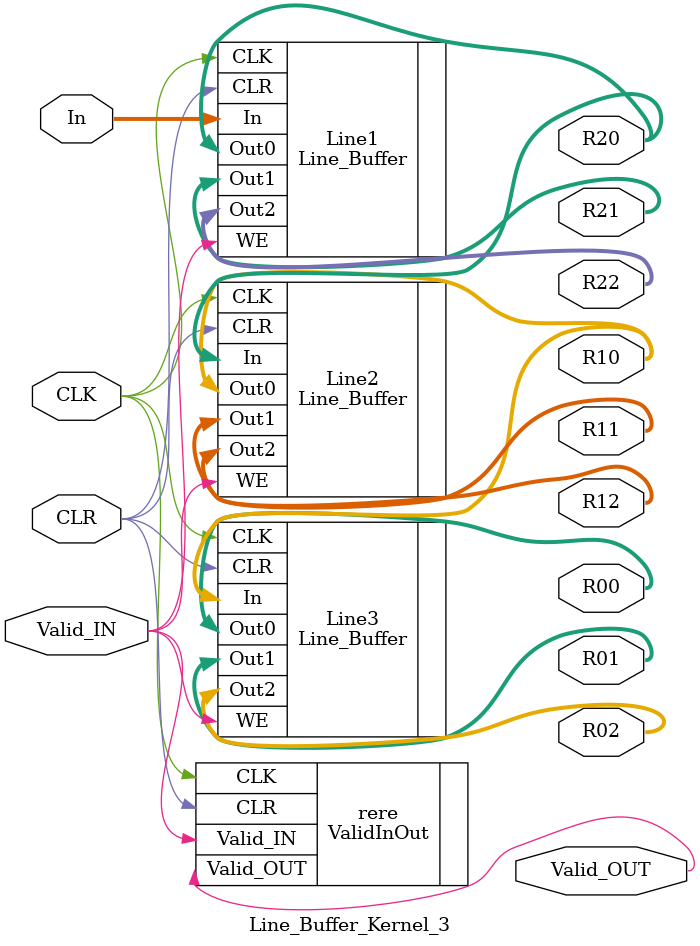
<source format=v>
module Line_Buffer_Kernel_3 #(parameter IMG_Width=5, parameter Datawidth=8, parameter Clock_Valid=16)
(
	output wire [Datawidth-1:0] R00,R01,R02,R10,R11,R12,R20,R21,R22,
	output wire Valid_OUT,
	input wire [Datawidth-1:0] In,
	input wire Valid_IN, CLK, CLR
);

	Line_Buffer #(.IMG_Width(IMG_Width), .Datawidth(Datawidth)) Line1
	(
	.Out0(R20),.Out1(R21),.Out2(R22),
	.In(In),
	.CLK(CLK), .CLR(CLR), .WE(Valid_IN)
	);

	Line_Buffer #(.IMG_Width(IMG_Width), .Datawidth(Datawidth)) Line2
	(
	.Out0(R10),.Out1(R11),.Out2(R12),
	.In(R20),
	.CLK(CLK), .CLR(CLR), .WE(Valid_IN)
	);	
	
	Line_Buffer #(.IMG_Width(IMG_Width), .Datawidth(Datawidth)) Line3
	(
	.Out0(R00),.Out1(R01),.Out2(R02),
	.In(R10),
	.CLK(CLK), .CLR(CLR), .WE(Valid_IN)
	);
	
	
/* test--------------------
	assign R22 = In;

	REG #(Datawidth) save1
	(.CLK(CLK),
	.CLR(CLR),
	.DATA(R22),
	.WE(Valid_IN),
	.DATA_OUT(R21));

	
	REG #(Datawidth) save2
	(.CLK(CLK),
	.CLR(CLR),
	.DATA(R21),
	.WE(Valid_IN),
	.DATA_OUT(R20));
	
	Line_Buffer #(.IMG_Width(IMG_Width), .Datawidth(Datawidth)) Line2
	(
	.Out(R12),
	.In(R22),
	.CLK(CLK), .CLR(CLR), .WE(Valid_IN)
	);	
	
	REG #(Datawidth) save3
	(.CLK(CLK),
	.CLR(CLR),
	.DATA(R12),
	.WE(Valid_IN),
	.DATA_OUT(R11));

	
	REG #(Datawidth) save4
	(.CLK(CLK),
	.CLR(CLR),
	.DATA(R11),
	.WE(Valid_IN),
	.DATA_OUT(R10));
	
	Line_Buffer #(.IMG_Width(IMG_Width), .Datawidth(Datawidth)) Line3
	(
	.Out(R02),
	.In(R12),
	.CLK(CLK), .CLR(CLR), .WE(Valid_IN)
	);
	
	REG #(Datawidth) save5
	(.CLK(CLK),
	.CLR(CLR),
	.DATA(R02),
	.WE(Valid_IN),
	.DATA_OUT(R01));
	
	REG #(Datawidth) save6
	(.CLK(CLK),
	.CLR(CLR),
	.DATA(R01),
	.WE(Valid_IN),
	.DATA_OUT(R00));
*/	
	ValidInOut #(.n(Clock_Valid)) rere
	(
	.CLK(CLK),.CLR(CLR),.Valid_IN(Valid_IN),
	.Valid_OUT(Valid_OUT)
	);

endmodule

</source>
